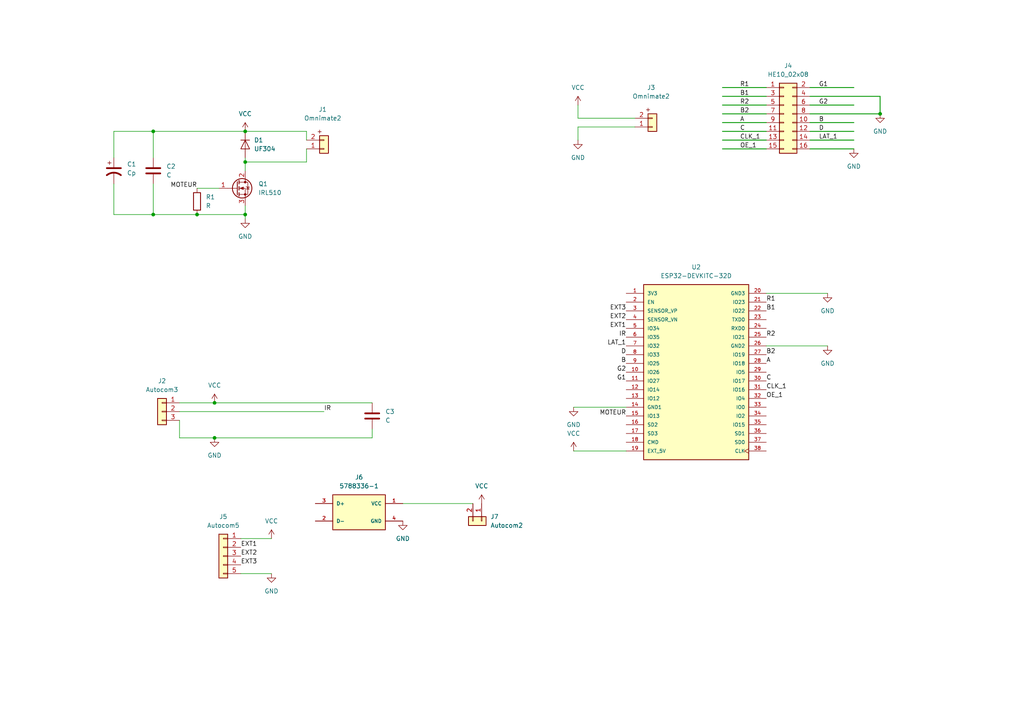
<source format=kicad_sch>
(kicad_sch (version 20211123) (generator eeschema)
  (paper "A4")
  (title_block (title "Projet étudiant") (date "2022-09-29") (company "IUT de Cachan - Université Paris Saclay"))
  (lib_symbols
    (symbol "0_Ge2:ESP32-DEVKITC-32D" (pin_names (offset 1.016))
      (property "Reference" "U" (at -15.2654 26.0604 0))
      (property "Value" "ESP32-DEVKITC-32D" (at -15.2654 -27.9654 0))
      (symbol "ESP32-DEVKITC-32D_0_0"
        (rectangle (start -15.24 -25.4) (end 15.24 25.4) (stroke (width 0.254)) (fill (type background)))
        (pin power_in line (at -20.32 22.86 0) (length 5.08) (name "3V3") (number "1"))
        (pin bidirectional line (at -20.32 0 0) (length 5.08) (name "IO26") (number "10"))
        (pin bidirectional line (at -20.32 -2.54 0) (length 5.08) (name "IO27") (number "11"))
        (pin bidirectional line (at -20.32 -5.08 0) (length 5.08) (name "IO14") (number "12"))
        (pin bidirectional line (at -20.32 -7.62 0) (length 5.08) (name "IO12") (number "13"))
        (pin power_in line (at -20.32 -10.16 0) (length 5.08) (name "GND1") (number "14"))
        (pin bidirectional line (at -20.32 -12.7 0) (length 5.08) (name "IO13") (number "15"))
        (pin bidirectional line (at -20.32 -15.24 0) (length 5.08) (name "SD2") (number "16"))
        (pin bidirectional line (at -20.32 -17.78 0) (length 5.08) (name "SD3") (number "17"))
        (pin bidirectional line (at -20.32 -20.32 0) (length 5.08) (name "CMD") (number "18"))
        (pin power_in line (at -20.32 -22.86 0) (length 5.08) (name "EXT_5V") (number "19"))
        (pin input line (at -20.32 20.32 0) (length 5.08) (name "EN") (number "2"))
        (pin power_in line (at 20.32 22.86 180) (length 5.08) (name "GND3") (number "20"))
        (pin bidirectional line (at 20.32 20.32 180) (length 5.08) (name "IO23") (number "21"))
        (pin bidirectional line (at 20.32 17.78 180) (length 5.08) (name "IO22") (number "22"))
        (pin output line (at 20.32 15.24 180) (length 5.08) (name "TXD0") (number "23"))
        (pin input line (at 20.32 12.7 180) (length 5.08) (name "RXD0") (number "24"))
        (pin bidirectional line (at 20.32 10.16 180) (length 5.08) (name "IO21") (number "25"))
        (pin power_in line (at 20.32 7.62 180) (length 5.08) (name "GND2") (number "26"))
        (pin bidirectional line (at 20.32 5.08 180) (length 5.08) (name "IO19") (number "27"))
        (pin bidirectional line (at 20.32 2.54 180) (length 5.08) (name "IO18") (number "28"))
        (pin bidirectional line (at 20.32 0 180) (length 5.08) (name "IO5") (number "29"))
        (pin input line (at -20.32 17.78 0) (length 5.08) (name "SENSOR_VP") (number "3"))
        (pin bidirectional line (at 20.32 -2.54 180) (length 5.08) (name "IO17") (number "30"))
        (pin bidirectional line (at 20.32 -5.08 180) (length 5.08) (name "IO16") (number "31"))
        (pin bidirectional line (at 20.32 -7.62 180) (length 5.08) (name "IO4") (number "32"))
        (pin bidirectional line (at 20.32 -10.16 180) (length 5.08) (name "IO0") (number "33"))
        (pin bidirectional line (at 20.32 -12.7 180) (length 5.08) (name "IO2") (number "34"))
        (pin bidirectional line (at 20.32 -15.24 180) (length 5.08) (name "IO15") (number "35"))
        (pin bidirectional line (at 20.32 -17.78 180) (length 5.08) (name "SD1") (number "36"))
        (pin bidirectional line (at 20.32 -20.32 180) (length 5.08) (name "SD0") (number "37"))
        (pin input clock (at 20.32 -22.86 180) (length 5.08) (name "CLK") (number "38"))
        (pin input line (at -20.32 15.24 0) (length 5.08) (name "SENSOR_VN") (number "4"))
        (pin bidirectional line (at -20.32 12.7 0) (length 5.08) (name "IO34") (number "5"))
        (pin bidirectional line (at -20.32 10.16 0) (length 5.08) (name "IO35") (number "6"))
        (pin bidirectional line (at -20.32 7.62 0) (length 5.08) (name "IO32") (number "7"))
        (pin bidirectional line (at -20.32 5.08 0) (length 5.08) (name "IO33") (number "8"))
        (pin bidirectional line (at -20.32 2.54 0) (length 5.08) (name "IO25") (number "9"))
      )
    )
    (symbol "0_SymbGamelGe2_v6:Autocom2" (pin_names (offset 1.016) hide)
      (property "Reference" "J" (at 0 2.54 0))
      (property "Value" "Autocom2" (at 0 -5.08 0))
      (symbol "Autocom2_1_1"
        (rectangle (start -1.27 -2.413) (end 0 -2.667) (stroke (width 0.1524)))
        (rectangle (start -1.27 0.127) (end 0 -0.127) (stroke (width 0.1524)))
        (rectangle (start -1.27 1.27) (end 1.27 -3.81) (stroke (width 0.254)) (fill (type background)))
        (pin passive line (at -5.08 0 0) (length 3.81) (name "Pin_1") (number "1"))
        (pin passive line (at -5.08 -2.54 0) (length 3.81) (name "Pin_2") (number "2"))
      )
    )
    (symbol "0_SymbGamelGe2_v6:Autocom3" (pin_names (offset 1.016) hide)
      (property "Reference" "J" (at 0 5.08 0))
      (property "Value" "Autocom3" (at 0 -5.08 0))
      (symbol "Autocom3_1_1"
        (rectangle (start -1.27 -2.413) (end 0 -2.667) (stroke (width 0.1524)))
        (rectangle (start -1.27 0.127) (end 0 -0.127) (stroke (width 0.1524)))
        (rectangle (start -1.27 2.667) (end 0 2.413) (stroke (width 0.1524)))
        (rectangle (start -1.27 3.81) (end 1.27 -3.81) (stroke (width 0.254)) (fill (type background)))
        (pin passive line (at -5.08 2.54 0) (length 3.81) (name "Pin_1") (number "1"))
        (pin passive line (at -5.08 0 0) (length 3.81) (name "Pin_2") (number "2"))
        (pin passive line (at -5.08 -2.54 0) (length 3.81) (name "Pin_3") (number "3"))
      )
    )
    (symbol "0_SymbGamelGe2_v6:Autocom5" (pin_names (offset 1.016) hide)
      (property "Reference" "J" (at 0 7.62 0))
      (property "Value" "Autocom5" (at 0 -7.62 0))
      (symbol "Autocom5_1_1"
        (rectangle (start -1.27 -4.953) (end 0 -5.207) (stroke (width 0.1524)))
        (rectangle (start -1.27 -2.413) (end 0 -2.667) (stroke (width 0.1524)))
        (rectangle (start -1.27 0.127) (end 0 -0.127) (stroke (width 0.1524)))
        (rectangle (start -1.27 2.667) (end 0 2.413) (stroke (width 0.1524)))
        (rectangle (start -1.27 5.207) (end 0 4.953) (stroke (width 0.1524)))
        (rectangle (start -1.27 6.35) (end 1.27 -6.35) (stroke (width 0.254)) (fill (type background)))
        (pin passive line (at -5.08 5.08 0) (length 3.81) (name "Pin_1") (number "1"))
        (pin passive line (at -5.08 2.54 0) (length 3.81) (name "Pin_2") (number "2"))
        (pin passive line (at -5.08 0 0) (length 3.81) (name "Pin_3") (number "3"))
        (pin passive line (at -5.08 -2.54 0) (length 3.81) (name "Pin_4") (number "4"))
        (pin passive line (at -5.08 -5.08 0) (length 3.81) (name "Pin_5") (number "5"))
      )
    )
    (symbol "0_SymbGamelGe2_v6:C" (pin_numbers hide) (pin_names (offset 0.254))
      (property "Reference" "C" (at 0.635 2.54 0))
      (property "Value" "C" (at 0.635 -2.54 0))
      (symbol "C_0_1"
        (polyline (pts (xy -2.032 -0.762) (xy 2.032 -0.762)) (stroke (width 0.508)))
        (polyline (pts (xy -2.032 0.762) (xy 2.032 0.762)) (stroke (width 0.508)))
      )
      (symbol "C_1_1"
        (pin passive line (at 0 3.81 270) (length 2.794) (name "~") (number "1"))
        (pin passive line (at 0 -3.81 90) (length 2.794) (name "~") (number "2"))
      )
    )
    (symbol "0_SymbGamelGe2_v6:Cp" (pin_numbers hide) (pin_names (offset 0.254) hide)
      (property "Reference" "C" (at 0.635 2.54 0))
      (property "Value" "Cp" (at 0.635 -2.54 0))
      (symbol "Cp_0_1"
        (polyline (pts (xy -2.032 0.762) (xy 2.032 0.762)) (stroke (width 0.508)))
        (polyline (pts (xy -1.778 2.286) (xy -0.762 2.286)))
        (polyline (pts (xy -1.27 1.778) (xy -1.27 2.794)))
        (arc (start 2.032 -1.27) (mid 0 -0.5572) (end -2.032 -1.27) (stroke (width 0.508)))
      )
      (symbol "Cp_1_1"
        (pin passive line (at 0 3.81 270) (length 2.794) (name "~") (number "1"))
        (pin passive line (at 0 -3.81 90) (length 3.302) (name "~") (number "2"))
      )
    )
    (symbol "0_SymbGamelGe2_v6:HE10_02x08" (pin_names (offset 1.016) hide)
      (property "Reference" "J" (at 1.27 10.16 0))
      (property "Value" "HE10_02x08" (at 1.27 -12.7 0))
      (symbol "HE10_02x08_1_1"
        (rectangle (start -1.27 -10.033) (end 0 -10.287) (stroke (width 0.1524)))
        (rectangle (start -1.27 -7.493) (end 0 -7.747) (stroke (width 0.1524)))
        (rectangle (start -1.27 -4.953) (end 0 -5.207) (stroke (width 0.1524)))
        (rectangle (start -1.27 -2.413) (end 0 -2.667) (stroke (width 0.1524)))
        (rectangle (start -1.27 0.127) (end 0 -0.127) (stroke (width 0.1524)))
        (rectangle (start -1.27 2.667) (end 0 2.413) (stroke (width 0.1524)))
        (rectangle (start -1.27 5.207) (end 0 4.953) (stroke (width 0.1524)))
        (rectangle (start -1.27 7.747) (end 0 7.493) (stroke (width 0.1524)))
        (rectangle (start -1.27 8.89) (end 3.81 -11.43) (stroke (width 0.254)) (fill (type background)))
        (rectangle (start 3.81 -10.033) (end 2.54 -10.287) (stroke (width 0.1524)))
        (rectangle (start 3.81 -7.493) (end 2.54 -7.747) (stroke (width 0.1524)))
        (rectangle (start 3.81 -4.953) (end 2.54 -5.207) (stroke (width 0.1524)))
        (rectangle (start 3.81 -2.413) (end 2.54 -2.667) (stroke (width 0.1524)))
        (rectangle (start 3.81 0.127) (end 2.54 -0.127) (stroke (width 0.1524)))
        (rectangle (start 3.81 2.667) (end 2.54 2.413) (stroke (width 0.1524)))
        (rectangle (start 3.81 5.207) (end 2.54 4.953) (stroke (width 0.1524)))
        (rectangle (start 3.81 7.747) (end 2.54 7.493) (stroke (width 0.1524)))
        (pin passive line (at -5.08 7.62 0) (length 3.81) (name "Pin_1") (number "1"))
        (pin passive line (at 7.62 -2.54 180) (length 3.81) (name "Pin_10") (number "10"))
        (pin passive line (at -5.08 -5.08 0) (length 3.81) (name "Pin_11") (number "11"))
        (pin passive line (at 7.62 -5.08 180) (length 3.81) (name "Pin_12") (number "12"))
        (pin passive line (at -5.08 -7.62 0) (length 3.81) (name "Pin_13") (number "13"))
        (pin passive line (at 7.62 -7.62 180) (length 3.81) (name "Pin_14") (number "14"))
        (pin passive line (at -5.08 -10.16 0) (length 3.81) (name "Pin_15") (number "15"))
        (pin passive line (at 7.62 -10.16 180) (length 3.81) (name "Pin_16") (number "16"))
        (pin passive line (at 7.62 7.62 180) (length 3.81) (name "Pin_2") (number "2"))
        (pin passive line (at -5.08 5.08 0) (length 3.81) (name "Pin_3") (number "3"))
        (pin passive line (at 7.62 5.08 180) (length 3.81) (name "Pin_4") (number "4"))
        (pin passive line (at -5.08 2.54 0) (length 3.81) (name "Pin_5") (number "5"))
        (pin passive line (at 7.62 2.54 180) (length 3.81) (name "Pin_6") (number "6"))
        (pin passive line (at -5.08 0 0) (length 3.81) (name "Pin_7") (number "7"))
        (pin passive line (at 7.62 0 180) (length 3.81) (name "Pin_8") (number "8"))
        (pin passive line (at -5.08 -2.54 0) (length 3.81) (name "Pin_9") (number "9"))
      )
    )
    (symbol "0_SymbGamelGe2_v6:IRL510" (pin_names (offset 0) hide)
      (property "Reference" "Q" (at 6.35 1.905 0))
      (property "Value" "IRL510" (at 6.35 0 0))
      (symbol "IRL510_0_1"
        (polyline (pts (xy 0.254 0) (xy -2.54 0)))
        (polyline (pts (xy 0.762 -1.778) (xy 2.54 -1.778)))
        (polyline (pts (xy 0.762 -1.27) (xy 0.762 -2.286)) (stroke (width 0.254)))
        (polyline (pts (xy 0.762 0) (xy 2.54 0)))
        (polyline (pts (xy 0.762 0.508) (xy 0.762 -0.508)) (stroke (width 0.254)))
        (polyline (pts (xy 0.762 1.778) (xy 2.54 1.778)))
        (polyline (pts (xy 0.762 2.286) (xy 0.762 1.27)) (stroke (width 0.254)))
        (polyline (pts (xy 2.54 -1.778) (xy 2.54 -2.54)))
        (polyline (pts (xy 2.54 -1.778) (xy 2.54 0)))
        (polyline (pts (xy 2.54 2.54) (xy 2.54 1.778)))
        (polyline (pts (xy 0.254 1.905) (xy 0.254 -1.905) (xy 0.254 -1.905)) (stroke (width 0.254)))
        (polyline (pts (xy 1.016 0) (xy 2.032 0.381) (xy 2.032 -0.381) (xy 1.016 0)) (fill (type outline)))
        (polyline (pts (xy 2.54 -1.778) (xy 3.302 -1.778) (xy 3.302 1.778) (xy 2.54 1.778)))
        (polyline (pts (xy 2.794 0.508) (xy 2.921 0.381) (xy 3.683 0.381) (xy 3.81 0.254)))
        (polyline (pts (xy 3.302 0.381) (xy 2.921 -0.254) (xy 3.683 -0.254) (xy 3.302 0.381)))
        (circle (center 1.651 0) (radius 2.8194) (stroke (width 0.254)))
        (circle (center 2.54 -1.778) (radius 0.2794) (fill (type outline)))
        (circle (center 2.54 1.778) (radius 0.2794) (fill (type outline)))
      )
      (symbol "IRL510_1_1"
        (pin input line (at -5.08 0 0) (length 2.54) (name "G") (number "1"))
        (pin passive line (at 2.54 5.08 270) (length 2.54) (name "D") (number "2"))
        (pin passive line (at 2.54 -5.08 90) (length 2.54) (name "S") (number "3"))
      )
    )
    (symbol "0_SymbGamelGe2_v6:Omnimate2" (pin_names (offset 1.016) hide)
      (property "Reference" "J" (at -1.27 2.54 0))
      (property "Value" "Omnimate2" (at 0 -5.08 0))
      (symbol "Omnimate2_0_0"
        (text "+" (at 1.27 2.54 0) (effects (font (size 1.27 1.27))))
      )
      (symbol "Omnimate2_1_1"
        (rectangle (start -1.27 1.27) (end 1.27 -3.81) (stroke (width 0.254)) (fill (type background)))
        (rectangle (start 0 -2.413) (end 1.27 -2.667) (stroke (width 0.1524)))
        (rectangle (start 0 0.127) (end 1.27 -0.127) (stroke (width 0.1524)))
        (pin passive line (at 5.08 -2.54 180) (length 3.81) (name "Pin_1") (number "1"))
        (pin passive line (at 5.08 0 180) (length 3.81) (name "Pin_2") (number "2"))
      )
    )
    (symbol "0_SymbGamelGe2_v6:R" (pin_numbers hide) (pin_names (offset 0))
      (property "Reference" "R" (at 2.032 0 90))
      (property "Value" "R" (at 0 0 90))
      (symbol "R_0_1"
        (rectangle (start -1.016 -2.54) (end 1.016 2.54) (stroke (width 0.254)))
      )
      (symbol "R_1_1"
        (pin passive line (at 0 3.81 270) (length 1.27) (name "~") (number "1"))
        (pin passive line (at 0 -3.81 90) (length 1.27) (name "~") (number "2"))
      )
    )
    (symbol "0_SymbGamelGe2_v6:UF304" (pin_numbers hide) (pin_names (offset 1.016) hide)
      (property "Reference" "D" (at 0 2.54 0))
      (property "Value" "UF304" (at 0 -2.54 0))
      (symbol "UF304_0_1"
        (polyline (pts (xy -1.27 1.27) (xy -1.27 -1.27)) (stroke (width 0.2032)))
        (polyline (pts (xy 1.27 0) (xy -1.27 0)))
        (polyline (pts (xy 1.27 1.27) (xy 1.27 -1.27) (xy -1.27 0) (xy 1.27 1.27)) (stroke (width 0.2032)))
      )
      (symbol "UF304_1_1"
        (pin passive line (at -3.81 0 0) (length 2.54) (name "K") (number "1"))
        (pin passive line (at 3.81 0 180) (length 2.54) (name "A") (number "2"))
      )
    )
    (symbol "5788336-1:5788336-1" (pin_names (offset 1.016))
      (property "Reference" "J" (at -7.6248 5.5915 0))
      (property "Value" "5788336-1" (at -7.6215 -6.8593 0))
      (symbol "5788336-1_0_0"
        (rectangle (start -7.62 -5.08) (end 7.62 5.08) (stroke (width 0.254)) (fill (type background)))
        (pin power_in line (at 12.7 2.54 180) (length 5.08) (name "VCC") (number "1"))
        (pin bidirectional line (at -12.7 -2.54 0) (length 5.08) (name "D-") (number "2"))
        (pin bidirectional line (at -12.7 2.54 0) (length 5.08) (name "D+") (number "3"))
        (pin power_in line (at 12.7 -2.54 180) (length 5.08) (name "GND") (number "4"))
      )
    )
    (symbol "power:GND" (power) (pin_names (offset 0))
      (property "Value" "GND" (at 0 -3.81 0))
      (symbol "GND_0_1"
        (polyline (pts (xy 0 0) (xy 0 -1.27) (xy 1.27 -1.27) (xy 0 -2.54) (xy -1.27 -1.27) (xy 0 -1.27)))
      )
      (symbol "GND_1_1"
        (pin power_in line (at 0 0 270) (length 0) hide (name "GND") (number "1"))
      )
    )
    (symbol "power:VCC" (power) (pin_names (offset 0))
      (property "Value" "VCC" (at 0 3.81 0))
      (symbol "VCC_0_1"
        (polyline (pts (xy -0.762 1.27) (xy 0 2.54)))
        (polyline (pts (xy 0 0) (xy 0 2.54)))
        (polyline (pts (xy 0 2.54) (xy 0.762 1.27)))
      )
      (symbol "VCC_1_1"
        (pin power_in line (at 0 0 90) (length 0) hide (name "VCC") (number "1"))
      )
    )
  )
  (junction (at 71.12 62.23))
  (junction (at 71.12 38.1))
  (junction (at 62.23 127))
  (junction (at 44.45 62.23))
  (junction (at 57.15 62.23))
  (junction (at 44.45 38.1))
  (junction (at 62.23 116.84))
  (junction (at 71.12 46.99))
  (junction (at 255.27 33.02))
  (wire (pts (xy 57.15 62.23) (xy 71.12 62.23)))
  (wire (pts (xy 222.25 25.4) (xy 209.55 25.4)) (stroke (width 0.254)))
  (wire (pts (xy 52.07 116.84) (xy 62.23 116.84)))
  (wire (pts (xy 88.9 40.64) (xy 88.9 38.1)))
  (wire (pts (xy 240.03 85.09) (xy 222.25 85.09)))
  (wire (pts (xy 71.12 63.5) (xy 71.12 62.23)))
  (wire (pts (xy 71.12 45.72) (xy 71.12 46.99)))
  (wire (pts (xy 44.45 38.1) (xy 44.45 45.72)))
  (wire (pts (xy 88.9 46.99) (xy 71.12 46.99)))
  (wire (pts (xy 44.45 62.23) (xy 57.15 62.23)))
  (wire (pts (xy 62.23 116.84) (xy 107.95 116.84)))
  (wire (pts (xy 71.12 38.1) (xy 88.9 38.1)))
  (wire (pts (xy 33.02 45.72) (xy 33.02 38.1)))
  (wire (pts (xy 255.27 33.02) (xy 255.27 27.94)) (stroke (width 0.254)))
  (wire (pts (xy 247.65 25.4) (xy 234.95 25.4)) (stroke (width 0.254)))
  (wire (pts (xy 222.25 27.94) (xy 209.55 27.94)) (stroke (width 0.254)))
  (wire (pts (xy 33.02 53.34) (xy 33.02 62.23)))
  (wire (pts (xy 107.95 124.46) (xy 107.95 127)))
  (wire (pts (xy 71.12 62.23) (xy 71.12 59.69)))
  (wire (pts (xy 52.07 119.38) (xy 93.98 119.38)))
  (wire (pts (xy 44.45 53.34) (xy 44.45 62.23)))
  (wire (pts (xy 167.64 34.29) (xy 167.64 30.48)))
  (wire (pts (xy 255.27 27.94) (xy 234.95 27.94)) (stroke (width 0.254)))
  (wire (pts (xy 33.02 38.1) (xy 44.45 38.1)))
  (wire (pts (xy 222.25 35.56) (xy 209.55 35.56)) (stroke (width 0.254)))
  (wire (pts (xy 184.15 36.83) (xy 167.64 36.83)))
  (wire (pts (xy 234.95 33.02) (xy 255.27 33.02)) (stroke (width 0.254)))
  (wire (pts (xy 247.65 30.48) (xy 234.95 30.48)) (stroke (width 0.254)))
  (wire (pts (xy 57.15 54.61) (xy 63.5 54.61)))
  (wire (pts (xy 116.84 146.05) (xy 137.16 146.05)))
  (wire (pts (xy 166.37 130.81) (xy 181.61 130.81)))
  (wire (pts (xy 71.12 46.99) (xy 71.12 49.53)))
  (wire (pts (xy 240.03 100.33) (xy 222.25 100.33)))
  (wire (pts (xy 62.23 127) (xy 107.95 127)))
  (wire (pts (xy 78.74 156.21) (xy 69.85 156.21)))
  (wire (pts (xy 78.74 166.37) (xy 69.85 166.37)))
  (wire (pts (xy 88.9 43.18) (xy 88.9 46.99)))
  (wire (pts (xy 167.64 36.83) (xy 167.64 40.64)))
  (wire (pts (xy 33.02 62.23) (xy 44.45 62.23)))
  (wire (pts (xy 52.07 121.92) (xy 52.07 127)))
  (wire (pts (xy 222.25 40.64) (xy 209.55 40.64)) (stroke (width 0.254)))
  (wire (pts (xy 222.25 33.02) (xy 209.55 33.02)) (stroke (width 0.254)))
  (wire (pts (xy 184.15 34.29) (xy 167.64 34.29)))
  (wire (pts (xy 222.25 30.48) (xy 209.55 30.48)) (stroke (width 0.254)))
  (wire (pts (xy 247.65 40.64) (xy 234.95 40.64)) (stroke (width 0.254)))
  (wire (pts (xy 247.65 35.56) (xy 234.95 35.56)) (stroke (width 0.254)))
  (wire (pts (xy 52.07 127) (xy 62.23 127)))
  (wire (pts (xy 222.25 38.1) (xy 209.55 38.1)) (stroke (width 0.254)))
  (wire (pts (xy 247.65 38.1) (xy 234.95 38.1)) (stroke (width 0.254)))
  (wire (pts (xy 166.37 118.11) (xy 181.61 118.11)))
  (wire (pts (xy 222.25 43.18) (xy 209.55 43.18)) (stroke (width 0.254)))
  (wire (pts (xy 247.65 43.18) (xy 234.95 43.18)) (stroke (width 0.254)))
  (wire (pts (xy 44.45 38.1) (xy 71.12 38.1)))
  (label "B2" (at 222.25 102.87 0))
  (label "D" (at 237.49 38.1 0))
  (label "EXT3" (at 69.85 163.83 0))
  (label "EXT1" (at 69.85 158.75 0))
  (label "CLK_1" (at 222.25 113.03 0))
  (label "C" (at 214.63 38.1 0))
  (label "R2" (at 222.25 97.79 0))
  (label "R1" (at 214.63 25.4 0))
  (label "B1" (at 222.25 90.17 0))
  (label "LAT_1" (at 181.61 100.33 180))
  (label "LAT_1" (at 237.49 40.64 0))
  (label "B" (at 237.49 35.56 0))
  (label "D" (at 181.61 102.87 180))
  (label "OE_1" (at 214.63 43.18 0))
  (label "A" (at 222.25 105.41 0))
  (label "B2" (at 214.63 33.02 0))
  (label "B1" (at 214.63 27.94 0))
  (label "EXT3" (at 181.61 90.17 180))
  (label "IR" (at 93.98 119.38 0))
  (label "G2" (at 181.61 107.95 180))
  (label "G1" (at 181.61 110.49 180))
  (label "EXT2" (at 181.61 92.71 180))
  (label "CLK_1" (at 214.63 40.64 0))
  (label "R1" (at 222.25 87.63 0))
  (label "MOTEUR" (at 57.15 54.61 180))
  (label "B" (at 181.61 105.41 180))
  (label "R2" (at 214.63 30.48 0))
  (label "A" (at 214.63 35.56 0))
  (label "EXT1" (at 181.61 95.25 180))
  (label "EXT2" (at 69.85 161.29 0))
  (label "IR" (at 181.61 97.79 180))
  (label "OE_1" (at 222.25 115.57 0))
  (label "G1" (at 237.49 25.4 0))
  (label "G2" (at 237.49 30.48 0))
  (label "C" (at 222.25 110.49 0))
  (label "MOTEUR" (at 181.61 120.65 180))
  (symbol (lib_id "0_SymbGamelGe2_v6:C") (at 107.95 120.65 0) (unit 1)
    (property "Reference" "C3" (at 111.76 119.3799 0) (effects (justify left)))
    (property "Value" "C" (at 111.76 121.9199 0) (effects (justify left)))
    (property "Footprint" "FootprintGamelGe2_v6:C_Rect_L7.0mm_W2.5mm_P5.00mm" (effects hide))
  )
  (symbol (lib_id "power:VCC") (at 166.37 130.81 0) (unit 1)
    (property "Reference" "#PWR0114" (effects hide))
    (property "Value" "VCC" (at 166.37 125.73 0))
  )
  (symbol (lib_id "0_SymbGamelGe2_v6:HE10_02x08") (at 227.33 33.02 0) (unit 1)
    (property "Reference" "J4" (at 228.6 19.05 0))
    (property "Value" "HE10_02x08" (at 228.6 21.59 0))
    (property "Footprint" "FootprintGamelGe2_v6:HE10_2x08_P2.54mm" (effects hide))
  )
  (symbol (lib_id "0_SymbGamelGe2_v6:R") (at 57.15 58.42 0) (unit 1)
    (property "Reference" "R1" (at 59.69 57.1499 0) (effects (justify left)))
    (property "Value" "R" (at 59.69 59.6899 0) (effects (justify left)))
    (property "Footprint" "FootprintGamelGe2_v6:R_Axial_DIN0207_L6.3mm_D2.5mm_P10.16mm_Horizontal" (effects hide))
  )
  (symbol (lib_id "power:GND") (at 255.27 33.02 0) (unit 1)
    (property "Reference" "#PWR0110" (effects hide))
    (property "Value" "GND" (at 255.27 38.1 0))
  )
  (symbol (lib_id "power:GND") (at 116.84 151.13 0) (unit 1)
    (property "Reference" "#PWR0102" (effects hide))
    (property "Value" "GND" (at 116.84 156.21 0))
  )
  (symbol (lib_id "0_Ge2:ESP32-DEVKITC-32D") (at 201.93 107.95 0) (unit 1)
    (property "Reference" "U2" (at 201.93 77.47 0))
    (property "Value" "ESP32-DEVKITC-32D" (at 201.93 80.01 0))
    (property "Footprint" "FootprintGe2:MODULE_ESP32-DEVKITC-32D" (effects hide))
    (property "PARTREV" "4" (effects hide))
    (property "MANUFACTURER" "Espressif Systems" (effects hide))
  )
  (symbol (lib_id "power:GND") (at 78.74 166.37 0) (unit 1)
    (property "Reference" "#PWR0117" (effects hide))
    (property "Value" "GND" (at 78.74 171.45 0))
  )
  (symbol (lib_id "0_SymbGamelGe2_v6:Omnimate2") (at 93.98 40.64 0) (mirror y) (unit 1)
    (property "Reference" "J1" (at 93.6107 31.75 0))
    (property "Value" "Omnimate2" (at 93.6107 34.29 0))
    (property "Footprint" "FootprintGamelGe2_v6:OmnimateSL-5,08_1x02_P5.08mm_Vertical" (effects hide))
  )
  (symbol (lib_id "power:VCC") (at 62.23 116.84 0) (unit 1)
    (property "Reference" "#PWR0105" (effects hide))
    (property "Value" "VCC" (at 62.23 111.76 0))
  )
  (symbol (lib_id "0_SymbGamelGe2_v6:Autocom3") (at 46.99 119.38 0) (mirror y) (unit 1)
    (property "Reference" "J2" (at 46.99 110.49 0))
    (property "Value" "Autocom3" (at 46.99 113.03 0))
    (property "Footprint" "FootprintGamelGe2_v6:Autocom3" (effects hide))
  )
  (symbol (lib_id "power:VCC") (at 139.7 146.05 0) (unit 1)
    (property "Reference" "#PWR0103" (effects hide))
    (property "Value" "VCC" (at 139.7 140.97 0))
  )
  (symbol (lib_id "power:GND") (at 71.12 63.5 0) (unit 1)
    (property "Reference" "#PWR0108" (effects hide))
    (property "Value" "GND" (at 71.12 68.58 0))
  )
  (symbol (lib_id "0_SymbGamelGe2_v6:Autocom5") (at 64.77 161.29 0) (mirror y) (unit 1)
    (property "Reference" "J5" (at 64.77 149.86 0))
    (property "Value" "Autocom5" (at 64.77 152.4 0))
    (property "Footprint" "FootprintGamelGe2_v6:Autocom5" (effects hide))
  )
  (symbol (lib_id "power:GND") (at 240.03 85.09 0) (unit 1)
    (property "Reference" "#PWR0112" (effects hide))
    (property "Value" "GND" (at 240.03 90.17 0))
  )
  (symbol (lib_id "0_SymbGamelGe2_v6:C") (at 44.45 49.53 0) (unit 1)
    (property "Reference" "C2" (at 48.26 48.2599 0) (effects (justify left)))
    (property "Value" "C" (at 48.26 50.7999 0) (effects (justify left)))
    (property "Footprint" "FootprintGamelGe2_v6:C_Rect_L7.0mm_W2.5mm_P5.00mm" (effects hide))
  )
  (symbol (lib_id "power:GND") (at 247.65 43.18 0) (unit 1)
    (property "Reference" "#PWR0111" (effects hide))
    (property "Value" "GND" (at 247.65 48.26 0))
  )
  (symbol (lib_id "0_SymbGamelGe2_v6:Omnimate2") (at 189.23 34.29 0) (mirror y) (unit 1)
    (property "Reference" "J3" (at 188.8607 25.4 0))
    (property "Value" "Omnimate2" (at 188.8607 27.94 0))
    (property "Footprint" "FootprintGamelGe2_v6:OmnimateSL-5,08_1x02_P5.08mm_Vertical" (effects hide))
  )
  (symbol (lib_id "0_SymbGamelGe2_v6:UF304") (at 71.12 41.91 270) (unit 1)
    (property "Reference" "D1" (at 73.66 40.6399 90) (effects (justify left)))
    (property "Value" "UF304" (at 73.66 43.1799 90) (effects (justify left)))
    (property "Footprint" "FootprintGamelGe2_v6:D_DO-201AD_P15.24mm_Horizontal" (effects hide))
    (property "Datasheet" "https://www.vishay.com/docs/88756/uf5400.pdf" (effects hide))
  )
  (symbol (lib_id "power:GND") (at 62.23 127 0) (unit 1)
    (property "Reference" "#PWR0104" (effects hide))
    (property "Value" "GND" (at 62.23 132.08 0))
  )
  (symbol (lib_id "power:VCC") (at 71.12 38.1 0) (unit 1)
    (property "Reference" "#PWR0107" (effects hide))
    (property "Value" "VCC" (at 71.12 33.02 0))
  )
  (symbol (lib_id "power:GND") (at 166.37 118.11 0) (unit 1)
    (property "Reference" "#PWR0113" (effects hide))
    (property "Value" "GND" (at 166.37 123.19 0))
  )
  (symbol (lib_id "0_SymbGamelGe2_v6:IRL510") (at 68.58 54.61 0) (unit 1)
    (property "Reference" "Q1" (at 74.93 53.3399 0) (effects (justify left)))
    (property "Value" "IRL510" (at 74.93 55.8799 0) (effects (justify left)))
    (property "Footprint" "FootprintGamelGe2_v6:TO-220-3_Horizontal_TabDown" (effects hide))
    (property "Datasheet" "https://www.vishay.com/docs/91297/sihl510.pdf" (effects hide))
  )
  (symbol (lib_id "0_SymbGamelGe2_v6:Autocom2") (at 139.7 151.13 270) (unit 1)
    (property "Reference" "J7" (at 142.24 149.8599 90) (effects (justify left)))
    (property "Value" "Autocom2" (at 142.24 152.3999 90) (effects (justify left)))
    (property "Footprint" "FootprintGamelGe2_v6:Autocom2" (effects hide))
  )
  (symbol (lib_id "power:GND") (at 167.64 40.64 0) (unit 1)
    (property "Reference" "#PWR0109" (effects hide))
    (property "Value" "GND" (at 167.64 45.72 0))
  )
  (symbol (lib_id "5788336-1:5788336-1") (at 104.14 148.59 0) (unit 1)
    (property "Reference" "J6" (at 104.14 138.43 0))
    (property "Value" "5788336-1" (at 104.14 140.97 0))
    (property "Footprint" "TE_5788336-1" (effects hide))
    (property "Comment" "5788336-1" (effects hide))
  )
  (symbol (lib_id "power:GND") (at 240.03 100.33 0) (unit 1)
    (property "Reference" "#PWR0106" (effects hide))
    (property "Value" "GND" (at 240.03 105.41 0))
  )
  (symbol (lib_id "power:VCC") (at 167.64 30.48 0) (unit 1)
    (property "Reference" "#PWR0101" (effects hide))
    (property "Value" "VCC" (at 167.64 25.4 0))
  )
  (symbol (lib_id "power:VCC") (at 78.74 156.21 0) (unit 1)
    (property "Reference" "#PWR0118" (effects hide))
    (property "Value" "VCC" (at 78.74 151.13 0))
  )
  (symbol (lib_id "0_SymbGamelGe2_v6:Cp") (at 33.02 49.53 0) (unit 1)
    (property "Reference" "C1" (at 36.83 47.6249 0) (effects (justify left)))
    (property "Value" "Cp" (at 36.83 50.1649 0) (effects (justify left)))
    (property "Footprint" "FootprintGamelGe2_v6:CP_Radial_D10.0mm_P5.00mm" (effects hide))
  )
)
</source>
